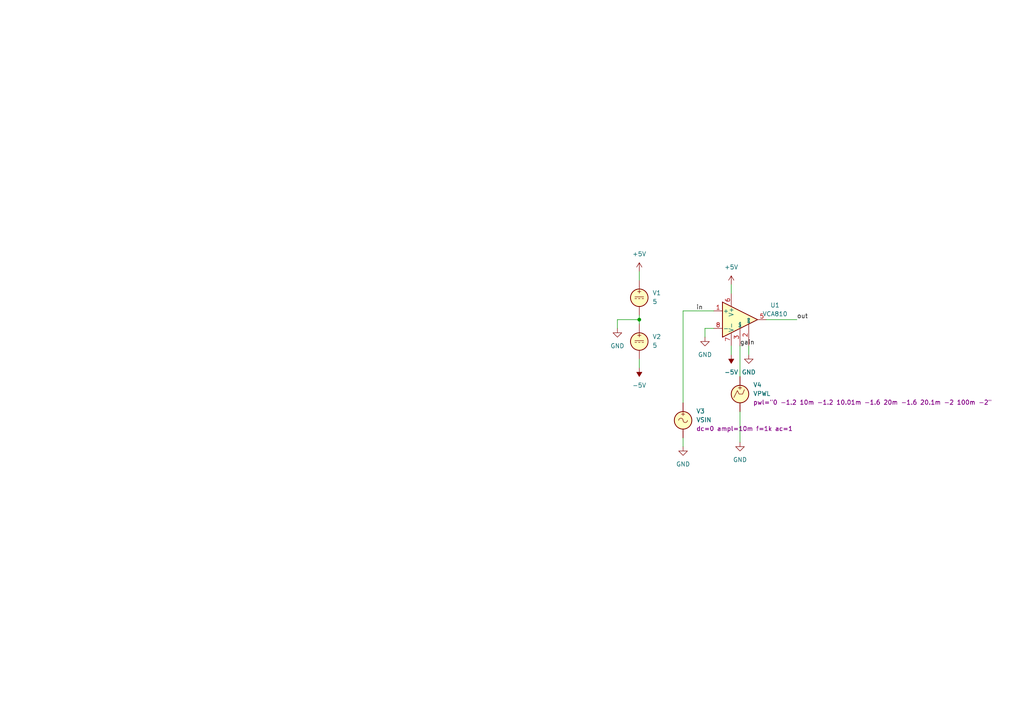
<source format=kicad_sch>
(kicad_sch (version 20231120) (generator "eeschema") (generator_version "7.99")
  (paper "A4")
  (lib_symbols
    (symbol "Simulation_SPICE:VDC" (pin_numbers hide) (pin_names (offset 0.0254))
      (property "Reference" "V" (at 2.54 2.54 0))
      (property "Value" "1" (at 2.54 0 0))
      (symbol "VDC_0_0"
        (polyline (pts (xy -1.27 0.254) (xy 1.27 0.254)))
        (polyline (pts (xy -0.762 -0.254) (xy -1.27 -0.254)))
        (polyline (pts (xy 0.254 -0.254) (xy -0.254 -0.254)))
        (polyline (pts (xy 1.27 -0.254) (xy 0.762 -0.254)))
        (text "+" (at 0 1.905 0) (effects (font (size 1.27 1.27))))
      )
      (symbol "VDC_0_1"
        (circle (center 0 0) (radius 2.54) (stroke (width 0.254)) (fill (type background)))
      )
      (symbol "VDC_1_1"
        (pin passive line (at 0 5.08 270) (length 2.54) (name "~") (number "1"))
        (pin passive line (at 0 -5.08 90) (length 2.54) (name "~") (number "2"))
      )
    )
    (symbol "Simulation_SPICE:VPWL" (pin_numbers hide) (pin_names (offset 0.0254))
      (property "Reference" "V" (at 2.54 2.54 0))
      (property "Value" "VPWL" (at 2.54 0 0))
      (property "Sim.Params" "pwl=\"0 -1 50n -1 51n 0 97n 1 171n -1 200n -1\"" (at 2.54 -2.54 0))
      (symbol "VPWL_0_0"
        (polyline (pts (xy -1.778 -1.016) (xy -0.762 1.016) (xy -0.254 0) (xy 0.762 0) (xy 1.27 1.27)))
        (text "+" (at 0 1.905 0) (effects (font (size 1.27 1.27))))
      )
      (symbol "VPWL_0_1"
        (circle (center 0 0) (radius 2.54) (stroke (width 0.254)) (fill (type background)))
      )
      (symbol "VPWL_1_1"
        (pin passive line (at 0 5.08 270) (length 2.54) (name "~") (number "1"))
        (pin passive line (at 0 -5.08 90) (length 2.54) (name "~") (number "2"))
      )
    )
    (symbol "Simulation_SPICE:VSIN" (pin_numbers hide) (pin_names (offset 0.0254))
      (property "Reference" "V" (at 2.54 2.54 0))
      (property "Value" "VSIN" (at 2.54 0 0))
      (property "Sim.Params" "dc=0 ampl=1 f=1k ac=1" (at 2.54 -2.54 0))
      (symbol "VSIN_0_0"
        (arc (start 0 0) (mid -0.635 0.6323) (end -1.27 0))
        (arc (start 0 0) (mid 0.635 -0.6323) (end 1.27 0))
        (text "+" (at 0 1.905 0) (effects (font (size 1.27 1.27))))
      )
      (symbol "VSIN_0_1"
        (circle (center 0 0) (radius 2.54) (stroke (width 0.254)) (fill (type background)))
      )
      (symbol "VSIN_1_1"
        (pin passive line (at 0 5.08 270) (length 2.54) (name "~") (number "1"))
        (pin passive line (at 0 -5.08 90) (length 2.54) (name "~") (number "2"))
      )
    )
    (symbol "VCA810:VCA810" (pin_names (offset 0.127))
      (property "Reference" "U" (at 1.27 6.35 0))
      (property "Value" "VCA810" (at 1.27 3.81 0))
      (symbol "VCA810_0_1"
        (polyline (pts (xy -5.08 5.08) (xy 5.08 0) (xy -5.08 -5.08) (xy -5.08 5.08)) (stroke (width 0.254)) (fill (type background)))
      )
      (symbol "VCA810_1_1"
        (pin input line (at -7.62 2.54 0) (length 2.54) (name "+") (number "1"))
        (pin input line (at 2.54 -7.62 90) (length 6.35) (name "GND") (number "2"))
        (pin input line (at 0 -7.62 90) (length 5.08) (name "Gain") (number "3"))
        (pin no_connect line (at 0 2.54 270) (length 2.54) hide (name "NC") (number "4"))
        (pin output line (at 7.62 0 180) (length 2.54) (name "~") (number "5"))
        (pin power_in line (at -2.54 7.62 270) (length 3.81) (name "V+") (number "6"))
        (pin power_in line (at -2.54 -7.62 90) (length 3.81) (name "V-") (number "7"))
        (pin input line (at -7.62 -2.54 0) (length 2.54) (name "-") (number "8"))
      )
    )
    (symbol "power:+5V" (power) (pin_names (offset 0))
      (property "Value" "+5V" (at 0 3.556 0))
      (symbol "+5V_0_1"
        (polyline (pts (xy -0.762 1.27) (xy 0 2.54)))
        (polyline (pts (xy 0 0) (xy 0 2.54)))
        (polyline (pts (xy 0 2.54) (xy 0.762 1.27)))
      )
      (symbol "+5V_1_1"
        (pin power_in line (at 0 0 90) (length 0) hide (name "+5V") (number "1"))
      )
    )
    (symbol "power:-5V" (power) (pin_names (offset 0))
      (property "Value" "-5V" (at 0 3.81 0))
      (symbol "-5V_0_0"
        (pin power_in line (at 0 0 90) (length 0) hide (name "-5V") (number "1"))
      )
      (symbol "-5V_0_1"
        (polyline (pts (xy 0 0) (xy 0 1.27) (xy 0.762 1.27) (xy 0 2.54) (xy -0.762 1.27) (xy 0 1.27)) (fill (type outline)))
      )
    )
    (symbol "power:GND" (power) (pin_names (offset 0))
      (property "Value" "GND" (at 0 -3.81 0))
      (symbol "GND_0_1"
        (polyline (pts (xy 0 0) (xy 0 -1.27) (xy 1.27 -1.27) (xy 0 -2.54) (xy -1.27 -1.27) (xy 0 -1.27)))
      )
      (symbol "GND_1_1"
        (pin power_in line (at 0 0 270) (length 0) hide (name "GND") (number "1"))
      )
    )
  )
  (junction (at 185.42 92.71))
  (wire (pts (xy 185.42 78.74) (xy 185.42 81.28)))
  (wire (pts (xy 214.63 128.27) (xy 214.63 119.38)))
  (wire (pts (xy 217.17 100.33) (xy 217.17 102.87)))
  (wire (pts (xy 185.42 104.14) (xy 185.42 106.68)))
  (wire (pts (xy 204.47 97.79) (xy 204.47 95.25)))
  (wire (pts (xy 198.12 116.84) (xy 198.12 90.17)))
  (wire (pts (xy 179.07 92.71) (xy 185.42 92.71)))
  (wire (pts (xy 198.12 129.54) (xy 198.12 127)))
  (wire (pts (xy 179.07 95.25) (xy 179.07 92.71)))
  (wire (pts (xy 185.42 91.44) (xy 185.42 92.71)))
  (wire (pts (xy 231.14 92.71) (xy 222.25 92.71)))
  (wire (pts (xy 212.09 82.55) (xy 212.09 85.09)))
  (wire (pts (xy 198.12 90.17) (xy 207.01 90.17)))
  (wire (pts (xy 212.09 100.33) (xy 212.09 102.87)))
  (wire (pts (xy 214.63 100.33) (xy 214.63 109.22)))
  (wire (pts (xy 185.42 92.71) (xy 185.42 93.98)))
  (wire (pts (xy 204.47 95.25) (xy 207.01 95.25)))
  (label "out" (at 231.14 92.71 0))
  (label "in" (at 201.93 90.17 0))
  (label "gain" (at 214.63 100.33 0))
  (symbol (lib_id "power:+5V") (at 185.42 78.74 0) (unit 1)
    (property "Reference" "#PWR07" (effects (hide yes)))
    (property "Value" "+5V" (at 185.42 73.66 0))
    (property "Description" "Power symbol creates a global label with name \"+5V\"" (effects (hide yes)))
  )
  (symbol (lib_id "Simulation_SPICE:VDC") (at 185.42 86.36 0) (unit 1)
    (property "Reference" "V1" (at 189.23 84.9601 0) (effects (justify left)))
    (property "Value" "5" (at 189.23 87.5001 0) (effects (justify left)))
    (property "Description" "Voltage source, DC" (effects (hide yes)))
    (property "Sim.Pins" "1=+ 2=-" (effects (hide yes)))
    (property "Sim.Type" "DC" (effects (hide yes)))
    (property "Sim.Device" "V" (effects (hide yes)))
  )
  (symbol (lib_id "power:-5V") (at 212.09 102.87 0) (mirror x) (unit 1)
    (property "Reference" "#PWR02" (effects (hide yes)))
    (property "Value" "-5V" (at 212.09 107.95 0))
    (property "Description" "Power symbol creates a global label with name \"-5V\"" (effects (hide yes)))
  )
  (symbol (lib_id "power:GND") (at 214.63 128.27 0) (unit 1)
    (property "Reference" "#PWR09" (effects (hide yes)))
    (property "Value" "GND" (at 214.63 133.35 0))
    (property "Description" "Power symbol creates a global label with name \"GND\" , ground" (effects (hide yes)))
  )
  (symbol (lib_id "power:-5V") (at 185.42 106.68 0) (mirror x) (unit 1)
    (property "Reference" "#PWR06" (effects (hide yes)))
    (property "Value" "-5V" (at 185.42 111.76 0))
    (property "Description" "Power symbol creates a global label with name \"-5V\"" (effects (hide yes)))
  )
  (symbol (lib_id "power:GND") (at 217.17 102.87 0) (unit 1)
    (property "Reference" "#PWR03" (effects (hide yes)))
    (property "Value" "GND" (at 217.17 107.95 0))
    (property "Description" "Power symbol creates a global label with name \"GND\" , ground" (effects (hide yes)))
  )
  (symbol (lib_id "Simulation_SPICE:VDC") (at 185.42 99.06 0) (unit 1)
    (property "Reference" "V2" (at 189.23 97.6601 0) (effects (justify left)))
    (property "Value" "5" (at 189.23 100.2001 0) (effects (justify left)))
    (property "Description" "Voltage source, DC" (effects (hide yes)))
    (property "Sim.Pins" "1=+ 2=-" (effects (hide yes)))
    (property "Sim.Type" "DC" (effects (hide yes)))
    (property "Sim.Device" "V" (effects (hide yes)))
  )
  (symbol (lib_id "Simulation_SPICE:VSIN") (at 198.12 121.92 0) (unit 1)
    (property "Reference" "V3" (at 201.93 119.2501 0) (effects (justify left)))
    (property "Value" "VSIN" (at 201.93 121.7901 0) (effects (justify left)))
    (property "Description" "Voltage source, sinusoidal" (effects (hide yes)))
    (property "Sim.Pins" "1=+ 2=-" (effects (hide yes)))
    (property "Sim.Params" "dc=0 ampl=10m f=1k ac=1" (at 201.93 124.3301 0) (effects (justify left)))
    (property "Sim.Type" "SIN" (effects (hide yes)))
    (property "Sim.Device" "V" (effects (hide yes)))
  )
  (symbol (lib_id "power:GND") (at 179.07 95.25 0) (unit 1)
    (property "Reference" "#PWR05" (effects (hide yes)))
    (property "Value" "GND" (at 179.07 100.33 0))
    (property "Description" "Power symbol creates a global label with name \"GND\" , ground" (effects (hide yes)))
  )
  (symbol (lib_id "power:GND") (at 198.12 129.54 0) (unit 1)
    (property "Reference" "#PWR08" (effects (hide yes)))
    (property "Value" "GND" (at 198.12 134.62 0))
    (property "Description" "Power symbol creates a global label with name \"GND\" , ground" (effects (hide yes)))
  )
  (symbol (lib_id "Simulation_SPICE:VPWL") (at 214.63 114.3 0) (unit 1)
    (property "Reference" "V4" (at 218.44 111.6301 0) (effects (justify left)))
    (property "Value" "VPWL" (at 218.44 114.1701 0) (effects (justify left)))
    (property "Description" "Voltage source, piece-wise linear" (effects (hide yes)))
    (property "Sim.Pins" "1=+ 2=-" (effects (hide yes)))
    (property "Sim.Device" "V" (effects (hide yes)))
    (property "Sim.Params" "pwl=\"0 -1.2 10m -1.2 10.01m -1.6 20m -1.6 20.1m -2 100m -2\"" (at 218.44 116.7101 0) (effects (justify left)))
    (property "Sim.Type" "PWL" (effects (hide yes)))
  )
  (symbol (lib_id "power:GND") (at 204.47 97.79 0) (unit 1)
    (property "Reference" "#PWR04" (effects (hide yes)))
    (property "Value" "GND" (at 204.47 102.87 0))
    (property "Description" "Power symbol creates a global label with name \"GND\" , ground" (effects (hide yes)))
  )
  (symbol (lib_id "VCA810:VCA810") (at 214.63 92.71 0) (unit 1)
    (property "Reference" "U1" (at 224.79 88.519 0))
    (property "Value" "VCA810" (at 224.79 91.059 0))
    (property "Description" "High Gain Adjust Range, Wideband and Variable Gain Amplifier" (effects (hide yes)))
    (property "Sim.Library" "vca810.lib" (effects (hide yes)))
    (property "Sim.Name" "VCA810" (effects (hide yes)))
    (property "Sim.Device" "SUBCKT" (effects (hide yes)))
    (property "Sim.Pins" "1=1 2=2 3=3 5=5 6=6 7=7 8=8" (effects (hide yes)))
  )
  (symbol (lib_id "power:+5V") (at 212.09 82.55 0) (unit 1)
    (property "Reference" "#PWR01" (effects (hide yes)))
    (property "Value" "+5V" (at 212.09 77.47 0))
    (property "Description" "Power symbol creates a global label with name \"+5V\"" (effects (hide yes)))
  )
)
</source>
